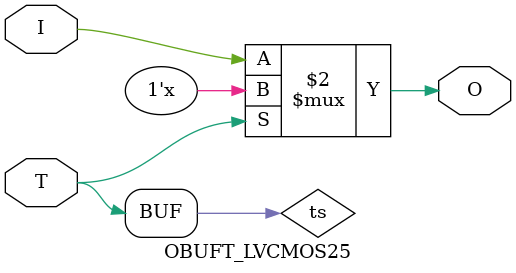
<source format=v>

/*

FUNCTION    : TRI-STATE OUTPUT BUFFER

*/

`celldefine
`timescale  100 ps / 10 ps

module OBUFT_LVCMOS25 (O, I, T);

    output O;

    input  I, T;

    or O1 (ts, 1'b0, T);
    bufif0 T1 (O, I, ts);

endmodule

</source>
